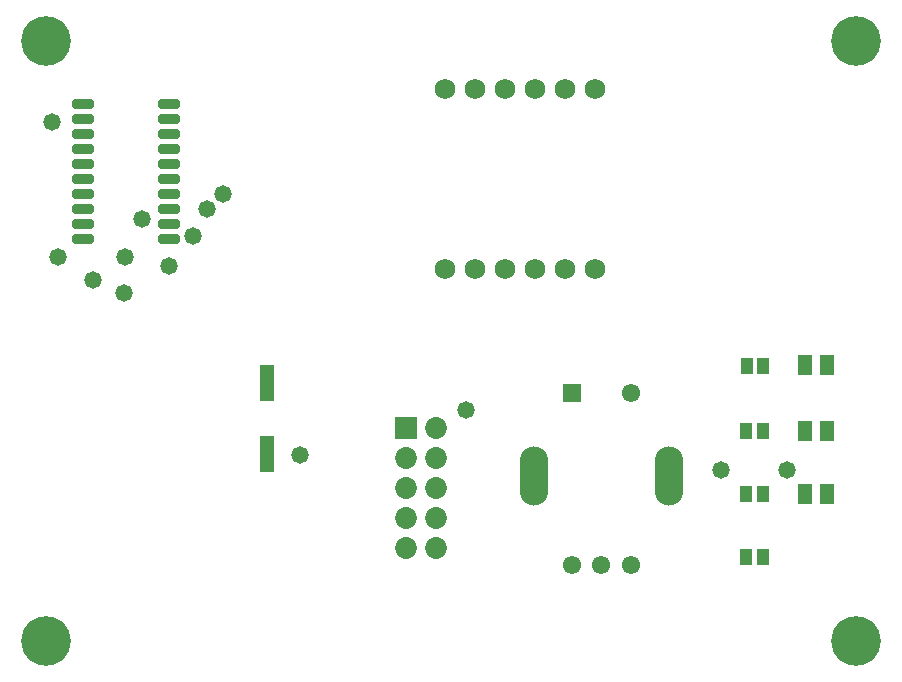
<source format=gts>
G04*
G04 #@! TF.GenerationSoftware,Altium Limited,Altium Designer,23.2.1 (34)*
G04*
G04 Layer_Color=8388736*
%FSLAX44Y44*%
%MOMM*%
G71*
G04*
G04 #@! TF.SameCoordinates,4E9E20A5-CFB6-4988-ACB7-F8E89E2D747F*
G04*
G04*
G04 #@! TF.FilePolarity,Negative*
G04*
G01*
G75*
%ADD14R,1.3032X3.1032*%
%ADD15R,1.2532X1.6532*%
%ADD16R,1.1046X1.3562*%
G04:AMPARAMS|DCode=17|XSize=0.8032mm|YSize=1.8532mm|CornerRadius=0.1526mm|HoleSize=0mm|Usage=FLASHONLY|Rotation=90.000|XOffset=0mm|YOffset=0mm|HoleType=Round|Shape=RoundedRectangle|*
%AMROUNDEDRECTD17*
21,1,0.8032,1.5480,0,0,90.0*
21,1,0.4980,1.8532,0,0,90.0*
1,1,0.3052,0.7740,0.2490*
1,1,0.3052,0.7740,-0.2490*
1,1,0.3052,-0.7740,-0.2490*
1,1,0.3052,-0.7740,0.2490*
%
%ADD17ROUNDEDRECTD17*%
%ADD18R,1.8532X1.8532*%
%ADD19C,1.8532*%
%ADD20C,1.7272*%
%ADD21R,1.5500X1.5500*%
%ADD22C,1.5500*%
G04:AMPARAMS|DCode=23|XSize=2.4mm|YSize=5mm|CornerRadius=1.2mm|HoleSize=0mm|Usage=FLASHONLY|Rotation=0.000|XOffset=0mm|YOffset=0mm|HoleType=Round|Shape=RoundedRectangle|*
%AMROUNDEDRECTD23*
21,1,2.4000,2.6000,0,0,0.0*
21,1,0.0000,5.0000,0,0,0.0*
1,1,2.4000,0.0000,-1.3000*
1,1,2.4000,0.0000,-1.3000*
1,1,2.4000,0.0000,1.3000*
1,1,2.4000,0.0000,1.3000*
%
%ADD23ROUNDEDRECTD23*%
%ADD24C,4.2032*%
%ADD25C,1.4732*%
D14*
X212090Y243360D02*
D03*
Y183360D02*
D03*
D15*
X686160Y259080D02*
D03*
X667660D02*
D03*
Y203200D02*
D03*
X686160D02*
D03*
Y149860D02*
D03*
X667660D02*
D03*
D16*
X617832Y96520D02*
D03*
X631848D02*
D03*
Y149860D02*
D03*
X617832D02*
D03*
X631848Y203200D02*
D03*
X617832D02*
D03*
X632460Y257810D02*
D03*
X618444D02*
D03*
D17*
X56460Y480060D02*
D03*
Y467360D02*
D03*
Y454660D02*
D03*
Y441960D02*
D03*
Y429260D02*
D03*
Y416560D02*
D03*
Y403860D02*
D03*
Y391160D02*
D03*
Y378460D02*
D03*
Y365760D02*
D03*
X128960Y480060D02*
D03*
Y467360D02*
D03*
Y454660D02*
D03*
Y441960D02*
D03*
Y429260D02*
D03*
Y416560D02*
D03*
Y403860D02*
D03*
Y391160D02*
D03*
Y378460D02*
D03*
Y365760D02*
D03*
D18*
X330200Y205740D02*
D03*
D19*
X355600D02*
D03*
X330200Y180340D02*
D03*
X355600D02*
D03*
X330200Y154940D02*
D03*
X355600D02*
D03*
X330200Y129540D02*
D03*
X355600D02*
D03*
X330200Y104140D02*
D03*
X355600D02*
D03*
D20*
X363220Y492760D02*
D03*
X388620D02*
D03*
X414020D02*
D03*
X439420D02*
D03*
X464820D02*
D03*
X490220D02*
D03*
Y340360D02*
D03*
X464820D02*
D03*
X439420D02*
D03*
X414020D02*
D03*
X388620D02*
D03*
X363220D02*
D03*
D21*
X470300Y235100D02*
D03*
D22*
X520300D02*
D03*
X470300Y90100D02*
D03*
X495300D02*
D03*
X520300D02*
D03*
D23*
X438300Y165100D02*
D03*
X552300D02*
D03*
D24*
X25400Y25400D02*
D03*
X711200D02*
D03*
Y533400D02*
D03*
X25400D02*
D03*
D25*
X596900Y170180D02*
D03*
X652780D02*
D03*
X35560Y350520D02*
D03*
X65278Y331216D02*
D03*
X149860Y368300D02*
D03*
X129540Y342900D02*
D03*
X30480Y464820D02*
D03*
X175260Y403860D02*
D03*
X380492Y220980D02*
D03*
X161036Y391160D02*
D03*
X90932Y319786D02*
D03*
X106172Y383032D02*
D03*
X92202Y350520D02*
D03*
X240284Y183134D02*
D03*
M02*

</source>
